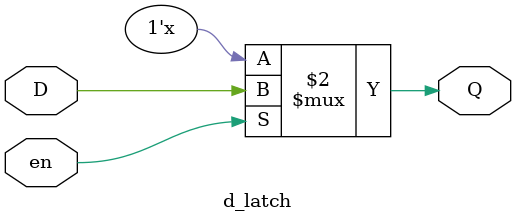
<source format=v>
module d_latch (input D, en,output reg Q);

    always @(*) begin
        if (en)
            Q <= D;
    end
endmodule

</source>
